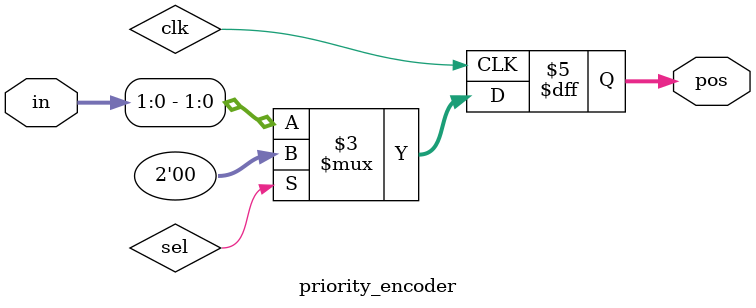
<source format=v>
module priority_encoder( 
input [2:0] in,
output reg [1:0] pos ); 
// When sel=1, assign b to out
// When sel=0, assign a to out
always @(posedge clk) begin
  if( sel ) pos <= 1'b0;
  else pos <= in;
end
endmodule

</source>
